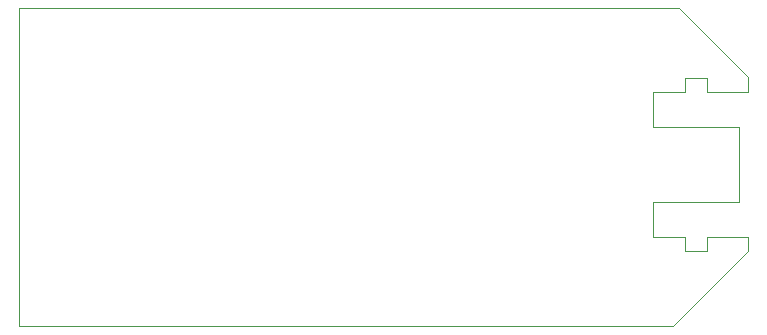
<source format=gbr>
G04 #@! TF.GenerationSoftware,KiCad,Pcbnew,5.0.0*
G04 #@! TF.CreationDate,2018-08-13T20:41:57+02:00*
G04 #@! TF.ProjectId,bobbycar,626F6262796361722E6B696361645F70,rev?*
G04 #@! TF.SameCoordinates,Original*
G04 #@! TF.FileFunction,Profile,NP*
%FSLAX46Y46*%
G04 Gerber Fmt 4.6, Leading zero omitted, Abs format (unit mm)*
G04 Created by KiCad (PCBNEW 5.0.0) date Mon Aug 13 20:41:57 2018*
%MOMM*%
%LPD*%
G01*
G04 APERTURE LIST*
%ADD10C,0.100000*%
G04 APERTURE END LIST*
D10*
X162306000Y-91440000D02*
X162306000Y-92659200D01*
X158877000Y-92659200D02*
X162306000Y-92659200D01*
X158877000Y-91516200D02*
X158877000Y-92659200D01*
X156972000Y-91516200D02*
X158877000Y-91516200D01*
X156972000Y-92659200D02*
X156972000Y-91516200D01*
X154279600Y-92659200D02*
X156972000Y-92659200D01*
X154279600Y-95605600D02*
X154279600Y-92659200D01*
X161544000Y-95605600D02*
X154279600Y-95605600D01*
X161544000Y-102006400D02*
X161544000Y-95605600D01*
X154279600Y-102006400D02*
X161544000Y-102006400D01*
X154279600Y-104952800D02*
X154279600Y-102006400D01*
X156972000Y-104952800D02*
X154279600Y-104952800D01*
X156972000Y-106095800D02*
X156972000Y-104952800D01*
X158877000Y-106095800D02*
X156972000Y-106095800D01*
X158877000Y-104952800D02*
X158877000Y-106095800D01*
X162306000Y-104952800D02*
X158877000Y-104952800D01*
X162306000Y-106172000D02*
X162306000Y-104952800D01*
X162306000Y-91440000D02*
X156464000Y-85598000D01*
X162306000Y-106172000D02*
X155956000Y-112522000D01*
X100584000Y-85598000D02*
X100584000Y-112522000D01*
X155956000Y-112522000D02*
X100584000Y-112522000D01*
X156464000Y-85598000D02*
X100584000Y-85598000D01*
M02*

</source>
